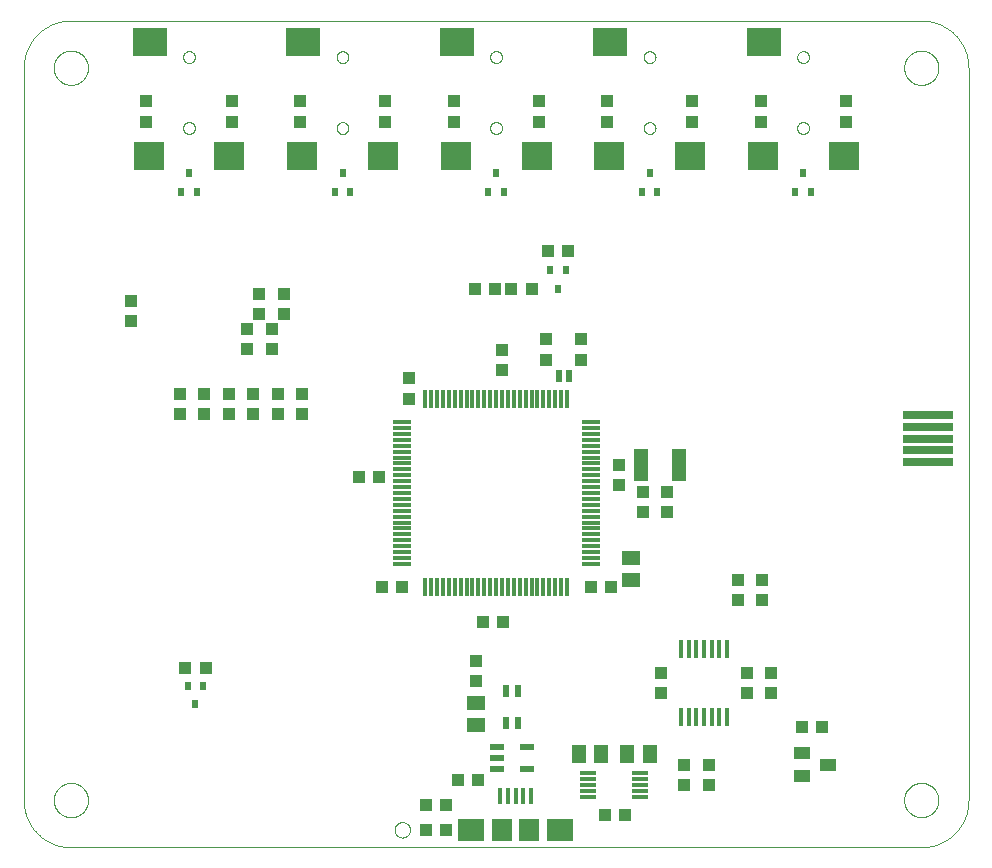
<source format=gtp>
G75*
%MOIN*%
%OFA0B0*%
%FSLAX25Y25*%
%IPPOS*%
%LPD*%
%AMOC8*
5,1,8,0,0,1.08239X$1,22.5*
%
%ADD10C,0.00000*%
%ADD11R,0.05118X0.05906*%
%ADD12R,0.04331X0.03937*%
%ADD13R,0.03937X0.04331*%
%ADD14R,0.05906X0.05118*%
%ADD15R,0.04724X0.02165*%
%ADD16R,0.01378X0.06299*%
%ADD17R,0.02362X0.04331*%
%ADD18R,0.04528X0.10630*%
%ADD19R,0.11220X0.09449*%
%ADD20R,0.10433X0.09449*%
%ADD21R,0.02264X0.04488*%
%ADD22R,0.01181X0.05906*%
%ADD23R,0.05906X0.01181*%
%ADD24R,0.05512X0.01181*%
%ADD25R,0.01575X0.05512*%
%ADD26R,0.09055X0.07480*%
%ADD27R,0.07087X0.07480*%
%ADD28R,0.16535X0.02756*%
%ADD29R,0.02362X0.03150*%
%ADD30R,0.05512X0.03937*%
D10*
X0017248Y0015345D02*
X0300713Y0015345D01*
X0295004Y0031093D02*
X0295006Y0031244D01*
X0295012Y0031394D01*
X0295022Y0031545D01*
X0295036Y0031695D01*
X0295054Y0031844D01*
X0295075Y0031994D01*
X0295101Y0032142D01*
X0295131Y0032290D01*
X0295164Y0032437D01*
X0295202Y0032583D01*
X0295243Y0032728D01*
X0295288Y0032872D01*
X0295337Y0033014D01*
X0295390Y0033155D01*
X0295446Y0033295D01*
X0295506Y0033433D01*
X0295569Y0033570D01*
X0295637Y0033705D01*
X0295707Y0033838D01*
X0295781Y0033969D01*
X0295859Y0034098D01*
X0295940Y0034225D01*
X0296024Y0034350D01*
X0296112Y0034473D01*
X0296203Y0034593D01*
X0296297Y0034711D01*
X0296394Y0034826D01*
X0296494Y0034939D01*
X0296597Y0035049D01*
X0296703Y0035156D01*
X0296812Y0035261D01*
X0296923Y0035362D01*
X0297037Y0035461D01*
X0297153Y0035556D01*
X0297273Y0035649D01*
X0297394Y0035738D01*
X0297518Y0035824D01*
X0297644Y0035907D01*
X0297772Y0035986D01*
X0297902Y0036062D01*
X0298034Y0036135D01*
X0298168Y0036203D01*
X0298304Y0036269D01*
X0298442Y0036331D01*
X0298581Y0036389D01*
X0298721Y0036443D01*
X0298863Y0036494D01*
X0299006Y0036541D01*
X0299151Y0036584D01*
X0299296Y0036623D01*
X0299443Y0036659D01*
X0299590Y0036690D01*
X0299738Y0036718D01*
X0299887Y0036742D01*
X0300036Y0036762D01*
X0300186Y0036778D01*
X0300336Y0036790D01*
X0300487Y0036798D01*
X0300638Y0036802D01*
X0300788Y0036802D01*
X0300939Y0036798D01*
X0301090Y0036790D01*
X0301240Y0036778D01*
X0301390Y0036762D01*
X0301539Y0036742D01*
X0301688Y0036718D01*
X0301836Y0036690D01*
X0301983Y0036659D01*
X0302130Y0036623D01*
X0302275Y0036584D01*
X0302420Y0036541D01*
X0302563Y0036494D01*
X0302705Y0036443D01*
X0302845Y0036389D01*
X0302984Y0036331D01*
X0303122Y0036269D01*
X0303258Y0036203D01*
X0303392Y0036135D01*
X0303524Y0036062D01*
X0303654Y0035986D01*
X0303782Y0035907D01*
X0303908Y0035824D01*
X0304032Y0035738D01*
X0304153Y0035649D01*
X0304273Y0035556D01*
X0304389Y0035461D01*
X0304503Y0035362D01*
X0304614Y0035261D01*
X0304723Y0035156D01*
X0304829Y0035049D01*
X0304932Y0034939D01*
X0305032Y0034826D01*
X0305129Y0034711D01*
X0305223Y0034593D01*
X0305314Y0034473D01*
X0305402Y0034350D01*
X0305486Y0034225D01*
X0305567Y0034098D01*
X0305645Y0033969D01*
X0305719Y0033838D01*
X0305789Y0033705D01*
X0305857Y0033570D01*
X0305920Y0033433D01*
X0305980Y0033295D01*
X0306036Y0033155D01*
X0306089Y0033014D01*
X0306138Y0032872D01*
X0306183Y0032728D01*
X0306224Y0032583D01*
X0306262Y0032437D01*
X0306295Y0032290D01*
X0306325Y0032142D01*
X0306351Y0031994D01*
X0306372Y0031844D01*
X0306390Y0031695D01*
X0306404Y0031545D01*
X0306414Y0031394D01*
X0306420Y0031244D01*
X0306422Y0031093D01*
X0306420Y0030942D01*
X0306414Y0030792D01*
X0306404Y0030641D01*
X0306390Y0030491D01*
X0306372Y0030342D01*
X0306351Y0030192D01*
X0306325Y0030044D01*
X0306295Y0029896D01*
X0306262Y0029749D01*
X0306224Y0029603D01*
X0306183Y0029458D01*
X0306138Y0029314D01*
X0306089Y0029172D01*
X0306036Y0029031D01*
X0305980Y0028891D01*
X0305920Y0028753D01*
X0305857Y0028616D01*
X0305789Y0028481D01*
X0305719Y0028348D01*
X0305645Y0028217D01*
X0305567Y0028088D01*
X0305486Y0027961D01*
X0305402Y0027836D01*
X0305314Y0027713D01*
X0305223Y0027593D01*
X0305129Y0027475D01*
X0305032Y0027360D01*
X0304932Y0027247D01*
X0304829Y0027137D01*
X0304723Y0027030D01*
X0304614Y0026925D01*
X0304503Y0026824D01*
X0304389Y0026725D01*
X0304273Y0026630D01*
X0304153Y0026537D01*
X0304032Y0026448D01*
X0303908Y0026362D01*
X0303782Y0026279D01*
X0303654Y0026200D01*
X0303524Y0026124D01*
X0303392Y0026051D01*
X0303258Y0025983D01*
X0303122Y0025917D01*
X0302984Y0025855D01*
X0302845Y0025797D01*
X0302705Y0025743D01*
X0302563Y0025692D01*
X0302420Y0025645D01*
X0302275Y0025602D01*
X0302130Y0025563D01*
X0301983Y0025527D01*
X0301836Y0025496D01*
X0301688Y0025468D01*
X0301539Y0025444D01*
X0301390Y0025424D01*
X0301240Y0025408D01*
X0301090Y0025396D01*
X0300939Y0025388D01*
X0300788Y0025384D01*
X0300638Y0025384D01*
X0300487Y0025388D01*
X0300336Y0025396D01*
X0300186Y0025408D01*
X0300036Y0025424D01*
X0299887Y0025444D01*
X0299738Y0025468D01*
X0299590Y0025496D01*
X0299443Y0025527D01*
X0299296Y0025563D01*
X0299151Y0025602D01*
X0299006Y0025645D01*
X0298863Y0025692D01*
X0298721Y0025743D01*
X0298581Y0025797D01*
X0298442Y0025855D01*
X0298304Y0025917D01*
X0298168Y0025983D01*
X0298034Y0026051D01*
X0297902Y0026124D01*
X0297772Y0026200D01*
X0297644Y0026279D01*
X0297518Y0026362D01*
X0297394Y0026448D01*
X0297273Y0026537D01*
X0297153Y0026630D01*
X0297037Y0026725D01*
X0296923Y0026824D01*
X0296812Y0026925D01*
X0296703Y0027030D01*
X0296597Y0027137D01*
X0296494Y0027247D01*
X0296394Y0027360D01*
X0296297Y0027475D01*
X0296203Y0027593D01*
X0296112Y0027713D01*
X0296024Y0027836D01*
X0295940Y0027961D01*
X0295859Y0028088D01*
X0295781Y0028217D01*
X0295707Y0028348D01*
X0295637Y0028481D01*
X0295569Y0028616D01*
X0295506Y0028753D01*
X0295446Y0028891D01*
X0295390Y0029031D01*
X0295337Y0029172D01*
X0295288Y0029314D01*
X0295243Y0029458D01*
X0295202Y0029603D01*
X0295164Y0029749D01*
X0295131Y0029896D01*
X0295101Y0030044D01*
X0295075Y0030192D01*
X0295054Y0030342D01*
X0295036Y0030491D01*
X0295022Y0030641D01*
X0295012Y0030792D01*
X0295006Y0030942D01*
X0295004Y0031093D01*
X0300713Y0015345D02*
X0301094Y0015350D01*
X0301474Y0015363D01*
X0301854Y0015386D01*
X0302233Y0015419D01*
X0302611Y0015460D01*
X0302988Y0015510D01*
X0303364Y0015570D01*
X0303739Y0015638D01*
X0304111Y0015716D01*
X0304482Y0015803D01*
X0304850Y0015898D01*
X0305216Y0016003D01*
X0305579Y0016116D01*
X0305940Y0016238D01*
X0306297Y0016368D01*
X0306651Y0016508D01*
X0307002Y0016655D01*
X0307349Y0016812D01*
X0307692Y0016976D01*
X0308031Y0017149D01*
X0308366Y0017330D01*
X0308697Y0017519D01*
X0309022Y0017716D01*
X0309343Y0017920D01*
X0309659Y0018133D01*
X0309969Y0018353D01*
X0310275Y0018580D01*
X0310574Y0018815D01*
X0310868Y0019057D01*
X0311156Y0019305D01*
X0311438Y0019561D01*
X0311713Y0019824D01*
X0311982Y0020093D01*
X0312245Y0020368D01*
X0312501Y0020650D01*
X0312749Y0020938D01*
X0312991Y0021232D01*
X0313226Y0021531D01*
X0313453Y0021837D01*
X0313673Y0022147D01*
X0313886Y0022463D01*
X0314090Y0022784D01*
X0314287Y0023109D01*
X0314476Y0023440D01*
X0314657Y0023775D01*
X0314830Y0024114D01*
X0314994Y0024457D01*
X0315151Y0024804D01*
X0315298Y0025155D01*
X0315438Y0025509D01*
X0315568Y0025866D01*
X0315690Y0026227D01*
X0315803Y0026590D01*
X0315908Y0026956D01*
X0316003Y0027324D01*
X0316090Y0027695D01*
X0316168Y0028067D01*
X0316236Y0028442D01*
X0316296Y0028818D01*
X0316346Y0029195D01*
X0316387Y0029573D01*
X0316420Y0029952D01*
X0316443Y0030332D01*
X0316456Y0030712D01*
X0316461Y0031093D01*
X0316461Y0275187D01*
X0295004Y0275187D02*
X0295006Y0275338D01*
X0295012Y0275488D01*
X0295022Y0275639D01*
X0295036Y0275789D01*
X0295054Y0275938D01*
X0295075Y0276088D01*
X0295101Y0276236D01*
X0295131Y0276384D01*
X0295164Y0276531D01*
X0295202Y0276677D01*
X0295243Y0276822D01*
X0295288Y0276966D01*
X0295337Y0277108D01*
X0295390Y0277249D01*
X0295446Y0277389D01*
X0295506Y0277527D01*
X0295569Y0277664D01*
X0295637Y0277799D01*
X0295707Y0277932D01*
X0295781Y0278063D01*
X0295859Y0278192D01*
X0295940Y0278319D01*
X0296024Y0278444D01*
X0296112Y0278567D01*
X0296203Y0278687D01*
X0296297Y0278805D01*
X0296394Y0278920D01*
X0296494Y0279033D01*
X0296597Y0279143D01*
X0296703Y0279250D01*
X0296812Y0279355D01*
X0296923Y0279456D01*
X0297037Y0279555D01*
X0297153Y0279650D01*
X0297273Y0279743D01*
X0297394Y0279832D01*
X0297518Y0279918D01*
X0297644Y0280001D01*
X0297772Y0280080D01*
X0297902Y0280156D01*
X0298034Y0280229D01*
X0298168Y0280297D01*
X0298304Y0280363D01*
X0298442Y0280425D01*
X0298581Y0280483D01*
X0298721Y0280537D01*
X0298863Y0280588D01*
X0299006Y0280635D01*
X0299151Y0280678D01*
X0299296Y0280717D01*
X0299443Y0280753D01*
X0299590Y0280784D01*
X0299738Y0280812D01*
X0299887Y0280836D01*
X0300036Y0280856D01*
X0300186Y0280872D01*
X0300336Y0280884D01*
X0300487Y0280892D01*
X0300638Y0280896D01*
X0300788Y0280896D01*
X0300939Y0280892D01*
X0301090Y0280884D01*
X0301240Y0280872D01*
X0301390Y0280856D01*
X0301539Y0280836D01*
X0301688Y0280812D01*
X0301836Y0280784D01*
X0301983Y0280753D01*
X0302130Y0280717D01*
X0302275Y0280678D01*
X0302420Y0280635D01*
X0302563Y0280588D01*
X0302705Y0280537D01*
X0302845Y0280483D01*
X0302984Y0280425D01*
X0303122Y0280363D01*
X0303258Y0280297D01*
X0303392Y0280229D01*
X0303524Y0280156D01*
X0303654Y0280080D01*
X0303782Y0280001D01*
X0303908Y0279918D01*
X0304032Y0279832D01*
X0304153Y0279743D01*
X0304273Y0279650D01*
X0304389Y0279555D01*
X0304503Y0279456D01*
X0304614Y0279355D01*
X0304723Y0279250D01*
X0304829Y0279143D01*
X0304932Y0279033D01*
X0305032Y0278920D01*
X0305129Y0278805D01*
X0305223Y0278687D01*
X0305314Y0278567D01*
X0305402Y0278444D01*
X0305486Y0278319D01*
X0305567Y0278192D01*
X0305645Y0278063D01*
X0305719Y0277932D01*
X0305789Y0277799D01*
X0305857Y0277664D01*
X0305920Y0277527D01*
X0305980Y0277389D01*
X0306036Y0277249D01*
X0306089Y0277108D01*
X0306138Y0276966D01*
X0306183Y0276822D01*
X0306224Y0276677D01*
X0306262Y0276531D01*
X0306295Y0276384D01*
X0306325Y0276236D01*
X0306351Y0276088D01*
X0306372Y0275938D01*
X0306390Y0275789D01*
X0306404Y0275639D01*
X0306414Y0275488D01*
X0306420Y0275338D01*
X0306422Y0275187D01*
X0306420Y0275036D01*
X0306414Y0274886D01*
X0306404Y0274735D01*
X0306390Y0274585D01*
X0306372Y0274436D01*
X0306351Y0274286D01*
X0306325Y0274138D01*
X0306295Y0273990D01*
X0306262Y0273843D01*
X0306224Y0273697D01*
X0306183Y0273552D01*
X0306138Y0273408D01*
X0306089Y0273266D01*
X0306036Y0273125D01*
X0305980Y0272985D01*
X0305920Y0272847D01*
X0305857Y0272710D01*
X0305789Y0272575D01*
X0305719Y0272442D01*
X0305645Y0272311D01*
X0305567Y0272182D01*
X0305486Y0272055D01*
X0305402Y0271930D01*
X0305314Y0271807D01*
X0305223Y0271687D01*
X0305129Y0271569D01*
X0305032Y0271454D01*
X0304932Y0271341D01*
X0304829Y0271231D01*
X0304723Y0271124D01*
X0304614Y0271019D01*
X0304503Y0270918D01*
X0304389Y0270819D01*
X0304273Y0270724D01*
X0304153Y0270631D01*
X0304032Y0270542D01*
X0303908Y0270456D01*
X0303782Y0270373D01*
X0303654Y0270294D01*
X0303524Y0270218D01*
X0303392Y0270145D01*
X0303258Y0270077D01*
X0303122Y0270011D01*
X0302984Y0269949D01*
X0302845Y0269891D01*
X0302705Y0269837D01*
X0302563Y0269786D01*
X0302420Y0269739D01*
X0302275Y0269696D01*
X0302130Y0269657D01*
X0301983Y0269621D01*
X0301836Y0269590D01*
X0301688Y0269562D01*
X0301539Y0269538D01*
X0301390Y0269518D01*
X0301240Y0269502D01*
X0301090Y0269490D01*
X0300939Y0269482D01*
X0300788Y0269478D01*
X0300638Y0269478D01*
X0300487Y0269482D01*
X0300336Y0269490D01*
X0300186Y0269502D01*
X0300036Y0269518D01*
X0299887Y0269538D01*
X0299738Y0269562D01*
X0299590Y0269590D01*
X0299443Y0269621D01*
X0299296Y0269657D01*
X0299151Y0269696D01*
X0299006Y0269739D01*
X0298863Y0269786D01*
X0298721Y0269837D01*
X0298581Y0269891D01*
X0298442Y0269949D01*
X0298304Y0270011D01*
X0298168Y0270077D01*
X0298034Y0270145D01*
X0297902Y0270218D01*
X0297772Y0270294D01*
X0297644Y0270373D01*
X0297518Y0270456D01*
X0297394Y0270542D01*
X0297273Y0270631D01*
X0297153Y0270724D01*
X0297037Y0270819D01*
X0296923Y0270918D01*
X0296812Y0271019D01*
X0296703Y0271124D01*
X0296597Y0271231D01*
X0296494Y0271341D01*
X0296394Y0271454D01*
X0296297Y0271569D01*
X0296203Y0271687D01*
X0296112Y0271807D01*
X0296024Y0271930D01*
X0295940Y0272055D01*
X0295859Y0272182D01*
X0295781Y0272311D01*
X0295707Y0272442D01*
X0295637Y0272575D01*
X0295569Y0272710D01*
X0295506Y0272847D01*
X0295446Y0272985D01*
X0295390Y0273125D01*
X0295337Y0273266D01*
X0295288Y0273408D01*
X0295243Y0273552D01*
X0295202Y0273697D01*
X0295164Y0273843D01*
X0295131Y0273990D01*
X0295101Y0274138D01*
X0295075Y0274286D01*
X0295054Y0274436D01*
X0295036Y0274585D01*
X0295022Y0274735D01*
X0295012Y0274886D01*
X0295006Y0275036D01*
X0295004Y0275187D01*
X0300713Y0290935D02*
X0301094Y0290930D01*
X0301474Y0290917D01*
X0301854Y0290894D01*
X0302233Y0290861D01*
X0302611Y0290820D01*
X0302988Y0290770D01*
X0303364Y0290710D01*
X0303739Y0290642D01*
X0304111Y0290564D01*
X0304482Y0290477D01*
X0304850Y0290382D01*
X0305216Y0290277D01*
X0305579Y0290164D01*
X0305940Y0290042D01*
X0306297Y0289912D01*
X0306651Y0289772D01*
X0307002Y0289625D01*
X0307349Y0289468D01*
X0307692Y0289304D01*
X0308031Y0289131D01*
X0308366Y0288950D01*
X0308697Y0288761D01*
X0309022Y0288564D01*
X0309343Y0288360D01*
X0309659Y0288147D01*
X0309969Y0287927D01*
X0310275Y0287700D01*
X0310574Y0287465D01*
X0310868Y0287223D01*
X0311156Y0286975D01*
X0311438Y0286719D01*
X0311713Y0286456D01*
X0311982Y0286187D01*
X0312245Y0285912D01*
X0312501Y0285630D01*
X0312749Y0285342D01*
X0312991Y0285048D01*
X0313226Y0284749D01*
X0313453Y0284443D01*
X0313673Y0284133D01*
X0313886Y0283817D01*
X0314090Y0283496D01*
X0314287Y0283171D01*
X0314476Y0282840D01*
X0314657Y0282505D01*
X0314830Y0282166D01*
X0314994Y0281823D01*
X0315151Y0281476D01*
X0315298Y0281125D01*
X0315438Y0280771D01*
X0315568Y0280414D01*
X0315690Y0280053D01*
X0315803Y0279690D01*
X0315908Y0279324D01*
X0316003Y0278956D01*
X0316090Y0278585D01*
X0316168Y0278213D01*
X0316236Y0277838D01*
X0316296Y0277462D01*
X0316346Y0277085D01*
X0316387Y0276707D01*
X0316420Y0276328D01*
X0316443Y0275948D01*
X0316456Y0275568D01*
X0316461Y0275187D01*
X0300713Y0290935D02*
X0017248Y0290935D01*
X0011539Y0275187D02*
X0011541Y0275338D01*
X0011547Y0275488D01*
X0011557Y0275639D01*
X0011571Y0275789D01*
X0011589Y0275938D01*
X0011610Y0276088D01*
X0011636Y0276236D01*
X0011666Y0276384D01*
X0011699Y0276531D01*
X0011737Y0276677D01*
X0011778Y0276822D01*
X0011823Y0276966D01*
X0011872Y0277108D01*
X0011925Y0277249D01*
X0011981Y0277389D01*
X0012041Y0277527D01*
X0012104Y0277664D01*
X0012172Y0277799D01*
X0012242Y0277932D01*
X0012316Y0278063D01*
X0012394Y0278192D01*
X0012475Y0278319D01*
X0012559Y0278444D01*
X0012647Y0278567D01*
X0012738Y0278687D01*
X0012832Y0278805D01*
X0012929Y0278920D01*
X0013029Y0279033D01*
X0013132Y0279143D01*
X0013238Y0279250D01*
X0013347Y0279355D01*
X0013458Y0279456D01*
X0013572Y0279555D01*
X0013688Y0279650D01*
X0013808Y0279743D01*
X0013929Y0279832D01*
X0014053Y0279918D01*
X0014179Y0280001D01*
X0014307Y0280080D01*
X0014437Y0280156D01*
X0014569Y0280229D01*
X0014703Y0280297D01*
X0014839Y0280363D01*
X0014977Y0280425D01*
X0015116Y0280483D01*
X0015256Y0280537D01*
X0015398Y0280588D01*
X0015541Y0280635D01*
X0015686Y0280678D01*
X0015831Y0280717D01*
X0015978Y0280753D01*
X0016125Y0280784D01*
X0016273Y0280812D01*
X0016422Y0280836D01*
X0016571Y0280856D01*
X0016721Y0280872D01*
X0016871Y0280884D01*
X0017022Y0280892D01*
X0017173Y0280896D01*
X0017323Y0280896D01*
X0017474Y0280892D01*
X0017625Y0280884D01*
X0017775Y0280872D01*
X0017925Y0280856D01*
X0018074Y0280836D01*
X0018223Y0280812D01*
X0018371Y0280784D01*
X0018518Y0280753D01*
X0018665Y0280717D01*
X0018810Y0280678D01*
X0018955Y0280635D01*
X0019098Y0280588D01*
X0019240Y0280537D01*
X0019380Y0280483D01*
X0019519Y0280425D01*
X0019657Y0280363D01*
X0019793Y0280297D01*
X0019927Y0280229D01*
X0020059Y0280156D01*
X0020189Y0280080D01*
X0020317Y0280001D01*
X0020443Y0279918D01*
X0020567Y0279832D01*
X0020688Y0279743D01*
X0020808Y0279650D01*
X0020924Y0279555D01*
X0021038Y0279456D01*
X0021149Y0279355D01*
X0021258Y0279250D01*
X0021364Y0279143D01*
X0021467Y0279033D01*
X0021567Y0278920D01*
X0021664Y0278805D01*
X0021758Y0278687D01*
X0021849Y0278567D01*
X0021937Y0278444D01*
X0022021Y0278319D01*
X0022102Y0278192D01*
X0022180Y0278063D01*
X0022254Y0277932D01*
X0022324Y0277799D01*
X0022392Y0277664D01*
X0022455Y0277527D01*
X0022515Y0277389D01*
X0022571Y0277249D01*
X0022624Y0277108D01*
X0022673Y0276966D01*
X0022718Y0276822D01*
X0022759Y0276677D01*
X0022797Y0276531D01*
X0022830Y0276384D01*
X0022860Y0276236D01*
X0022886Y0276088D01*
X0022907Y0275938D01*
X0022925Y0275789D01*
X0022939Y0275639D01*
X0022949Y0275488D01*
X0022955Y0275338D01*
X0022957Y0275187D01*
X0022955Y0275036D01*
X0022949Y0274886D01*
X0022939Y0274735D01*
X0022925Y0274585D01*
X0022907Y0274436D01*
X0022886Y0274286D01*
X0022860Y0274138D01*
X0022830Y0273990D01*
X0022797Y0273843D01*
X0022759Y0273697D01*
X0022718Y0273552D01*
X0022673Y0273408D01*
X0022624Y0273266D01*
X0022571Y0273125D01*
X0022515Y0272985D01*
X0022455Y0272847D01*
X0022392Y0272710D01*
X0022324Y0272575D01*
X0022254Y0272442D01*
X0022180Y0272311D01*
X0022102Y0272182D01*
X0022021Y0272055D01*
X0021937Y0271930D01*
X0021849Y0271807D01*
X0021758Y0271687D01*
X0021664Y0271569D01*
X0021567Y0271454D01*
X0021467Y0271341D01*
X0021364Y0271231D01*
X0021258Y0271124D01*
X0021149Y0271019D01*
X0021038Y0270918D01*
X0020924Y0270819D01*
X0020808Y0270724D01*
X0020688Y0270631D01*
X0020567Y0270542D01*
X0020443Y0270456D01*
X0020317Y0270373D01*
X0020189Y0270294D01*
X0020059Y0270218D01*
X0019927Y0270145D01*
X0019793Y0270077D01*
X0019657Y0270011D01*
X0019519Y0269949D01*
X0019380Y0269891D01*
X0019240Y0269837D01*
X0019098Y0269786D01*
X0018955Y0269739D01*
X0018810Y0269696D01*
X0018665Y0269657D01*
X0018518Y0269621D01*
X0018371Y0269590D01*
X0018223Y0269562D01*
X0018074Y0269538D01*
X0017925Y0269518D01*
X0017775Y0269502D01*
X0017625Y0269490D01*
X0017474Y0269482D01*
X0017323Y0269478D01*
X0017173Y0269478D01*
X0017022Y0269482D01*
X0016871Y0269490D01*
X0016721Y0269502D01*
X0016571Y0269518D01*
X0016422Y0269538D01*
X0016273Y0269562D01*
X0016125Y0269590D01*
X0015978Y0269621D01*
X0015831Y0269657D01*
X0015686Y0269696D01*
X0015541Y0269739D01*
X0015398Y0269786D01*
X0015256Y0269837D01*
X0015116Y0269891D01*
X0014977Y0269949D01*
X0014839Y0270011D01*
X0014703Y0270077D01*
X0014569Y0270145D01*
X0014437Y0270218D01*
X0014307Y0270294D01*
X0014179Y0270373D01*
X0014053Y0270456D01*
X0013929Y0270542D01*
X0013808Y0270631D01*
X0013688Y0270724D01*
X0013572Y0270819D01*
X0013458Y0270918D01*
X0013347Y0271019D01*
X0013238Y0271124D01*
X0013132Y0271231D01*
X0013029Y0271341D01*
X0012929Y0271454D01*
X0012832Y0271569D01*
X0012738Y0271687D01*
X0012647Y0271807D01*
X0012559Y0271930D01*
X0012475Y0272055D01*
X0012394Y0272182D01*
X0012316Y0272311D01*
X0012242Y0272442D01*
X0012172Y0272575D01*
X0012104Y0272710D01*
X0012041Y0272847D01*
X0011981Y0272985D01*
X0011925Y0273125D01*
X0011872Y0273266D01*
X0011823Y0273408D01*
X0011778Y0273552D01*
X0011737Y0273697D01*
X0011699Y0273843D01*
X0011666Y0273990D01*
X0011636Y0274138D01*
X0011610Y0274286D01*
X0011589Y0274436D01*
X0011571Y0274585D01*
X0011557Y0274735D01*
X0011547Y0274886D01*
X0011541Y0275036D01*
X0011539Y0275187D01*
X0001500Y0275187D02*
X0001505Y0275568D01*
X0001518Y0275948D01*
X0001541Y0276328D01*
X0001574Y0276707D01*
X0001615Y0277085D01*
X0001665Y0277462D01*
X0001725Y0277838D01*
X0001793Y0278213D01*
X0001871Y0278585D01*
X0001958Y0278956D01*
X0002053Y0279324D01*
X0002158Y0279690D01*
X0002271Y0280053D01*
X0002393Y0280414D01*
X0002523Y0280771D01*
X0002663Y0281125D01*
X0002810Y0281476D01*
X0002967Y0281823D01*
X0003131Y0282166D01*
X0003304Y0282505D01*
X0003485Y0282840D01*
X0003674Y0283171D01*
X0003871Y0283496D01*
X0004075Y0283817D01*
X0004288Y0284133D01*
X0004508Y0284443D01*
X0004735Y0284749D01*
X0004970Y0285048D01*
X0005212Y0285342D01*
X0005460Y0285630D01*
X0005716Y0285912D01*
X0005979Y0286187D01*
X0006248Y0286456D01*
X0006523Y0286719D01*
X0006805Y0286975D01*
X0007093Y0287223D01*
X0007387Y0287465D01*
X0007686Y0287700D01*
X0007992Y0287927D01*
X0008302Y0288147D01*
X0008618Y0288360D01*
X0008939Y0288564D01*
X0009264Y0288761D01*
X0009595Y0288950D01*
X0009930Y0289131D01*
X0010269Y0289304D01*
X0010612Y0289468D01*
X0010959Y0289625D01*
X0011310Y0289772D01*
X0011664Y0289912D01*
X0012021Y0290042D01*
X0012382Y0290164D01*
X0012745Y0290277D01*
X0013111Y0290382D01*
X0013479Y0290477D01*
X0013850Y0290564D01*
X0014222Y0290642D01*
X0014597Y0290710D01*
X0014973Y0290770D01*
X0015350Y0290820D01*
X0015728Y0290861D01*
X0016107Y0290894D01*
X0016487Y0290917D01*
X0016867Y0290930D01*
X0017248Y0290935D01*
X0001500Y0275187D02*
X0001500Y0031093D01*
X0011539Y0031093D02*
X0011541Y0031244D01*
X0011547Y0031394D01*
X0011557Y0031545D01*
X0011571Y0031695D01*
X0011589Y0031844D01*
X0011610Y0031994D01*
X0011636Y0032142D01*
X0011666Y0032290D01*
X0011699Y0032437D01*
X0011737Y0032583D01*
X0011778Y0032728D01*
X0011823Y0032872D01*
X0011872Y0033014D01*
X0011925Y0033155D01*
X0011981Y0033295D01*
X0012041Y0033433D01*
X0012104Y0033570D01*
X0012172Y0033705D01*
X0012242Y0033838D01*
X0012316Y0033969D01*
X0012394Y0034098D01*
X0012475Y0034225D01*
X0012559Y0034350D01*
X0012647Y0034473D01*
X0012738Y0034593D01*
X0012832Y0034711D01*
X0012929Y0034826D01*
X0013029Y0034939D01*
X0013132Y0035049D01*
X0013238Y0035156D01*
X0013347Y0035261D01*
X0013458Y0035362D01*
X0013572Y0035461D01*
X0013688Y0035556D01*
X0013808Y0035649D01*
X0013929Y0035738D01*
X0014053Y0035824D01*
X0014179Y0035907D01*
X0014307Y0035986D01*
X0014437Y0036062D01*
X0014569Y0036135D01*
X0014703Y0036203D01*
X0014839Y0036269D01*
X0014977Y0036331D01*
X0015116Y0036389D01*
X0015256Y0036443D01*
X0015398Y0036494D01*
X0015541Y0036541D01*
X0015686Y0036584D01*
X0015831Y0036623D01*
X0015978Y0036659D01*
X0016125Y0036690D01*
X0016273Y0036718D01*
X0016422Y0036742D01*
X0016571Y0036762D01*
X0016721Y0036778D01*
X0016871Y0036790D01*
X0017022Y0036798D01*
X0017173Y0036802D01*
X0017323Y0036802D01*
X0017474Y0036798D01*
X0017625Y0036790D01*
X0017775Y0036778D01*
X0017925Y0036762D01*
X0018074Y0036742D01*
X0018223Y0036718D01*
X0018371Y0036690D01*
X0018518Y0036659D01*
X0018665Y0036623D01*
X0018810Y0036584D01*
X0018955Y0036541D01*
X0019098Y0036494D01*
X0019240Y0036443D01*
X0019380Y0036389D01*
X0019519Y0036331D01*
X0019657Y0036269D01*
X0019793Y0036203D01*
X0019927Y0036135D01*
X0020059Y0036062D01*
X0020189Y0035986D01*
X0020317Y0035907D01*
X0020443Y0035824D01*
X0020567Y0035738D01*
X0020688Y0035649D01*
X0020808Y0035556D01*
X0020924Y0035461D01*
X0021038Y0035362D01*
X0021149Y0035261D01*
X0021258Y0035156D01*
X0021364Y0035049D01*
X0021467Y0034939D01*
X0021567Y0034826D01*
X0021664Y0034711D01*
X0021758Y0034593D01*
X0021849Y0034473D01*
X0021937Y0034350D01*
X0022021Y0034225D01*
X0022102Y0034098D01*
X0022180Y0033969D01*
X0022254Y0033838D01*
X0022324Y0033705D01*
X0022392Y0033570D01*
X0022455Y0033433D01*
X0022515Y0033295D01*
X0022571Y0033155D01*
X0022624Y0033014D01*
X0022673Y0032872D01*
X0022718Y0032728D01*
X0022759Y0032583D01*
X0022797Y0032437D01*
X0022830Y0032290D01*
X0022860Y0032142D01*
X0022886Y0031994D01*
X0022907Y0031844D01*
X0022925Y0031695D01*
X0022939Y0031545D01*
X0022949Y0031394D01*
X0022955Y0031244D01*
X0022957Y0031093D01*
X0022955Y0030942D01*
X0022949Y0030792D01*
X0022939Y0030641D01*
X0022925Y0030491D01*
X0022907Y0030342D01*
X0022886Y0030192D01*
X0022860Y0030044D01*
X0022830Y0029896D01*
X0022797Y0029749D01*
X0022759Y0029603D01*
X0022718Y0029458D01*
X0022673Y0029314D01*
X0022624Y0029172D01*
X0022571Y0029031D01*
X0022515Y0028891D01*
X0022455Y0028753D01*
X0022392Y0028616D01*
X0022324Y0028481D01*
X0022254Y0028348D01*
X0022180Y0028217D01*
X0022102Y0028088D01*
X0022021Y0027961D01*
X0021937Y0027836D01*
X0021849Y0027713D01*
X0021758Y0027593D01*
X0021664Y0027475D01*
X0021567Y0027360D01*
X0021467Y0027247D01*
X0021364Y0027137D01*
X0021258Y0027030D01*
X0021149Y0026925D01*
X0021038Y0026824D01*
X0020924Y0026725D01*
X0020808Y0026630D01*
X0020688Y0026537D01*
X0020567Y0026448D01*
X0020443Y0026362D01*
X0020317Y0026279D01*
X0020189Y0026200D01*
X0020059Y0026124D01*
X0019927Y0026051D01*
X0019793Y0025983D01*
X0019657Y0025917D01*
X0019519Y0025855D01*
X0019380Y0025797D01*
X0019240Y0025743D01*
X0019098Y0025692D01*
X0018955Y0025645D01*
X0018810Y0025602D01*
X0018665Y0025563D01*
X0018518Y0025527D01*
X0018371Y0025496D01*
X0018223Y0025468D01*
X0018074Y0025444D01*
X0017925Y0025424D01*
X0017775Y0025408D01*
X0017625Y0025396D01*
X0017474Y0025388D01*
X0017323Y0025384D01*
X0017173Y0025384D01*
X0017022Y0025388D01*
X0016871Y0025396D01*
X0016721Y0025408D01*
X0016571Y0025424D01*
X0016422Y0025444D01*
X0016273Y0025468D01*
X0016125Y0025496D01*
X0015978Y0025527D01*
X0015831Y0025563D01*
X0015686Y0025602D01*
X0015541Y0025645D01*
X0015398Y0025692D01*
X0015256Y0025743D01*
X0015116Y0025797D01*
X0014977Y0025855D01*
X0014839Y0025917D01*
X0014703Y0025983D01*
X0014569Y0026051D01*
X0014437Y0026124D01*
X0014307Y0026200D01*
X0014179Y0026279D01*
X0014053Y0026362D01*
X0013929Y0026448D01*
X0013808Y0026537D01*
X0013688Y0026630D01*
X0013572Y0026725D01*
X0013458Y0026824D01*
X0013347Y0026925D01*
X0013238Y0027030D01*
X0013132Y0027137D01*
X0013029Y0027247D01*
X0012929Y0027360D01*
X0012832Y0027475D01*
X0012738Y0027593D01*
X0012647Y0027713D01*
X0012559Y0027836D01*
X0012475Y0027961D01*
X0012394Y0028088D01*
X0012316Y0028217D01*
X0012242Y0028348D01*
X0012172Y0028481D01*
X0012104Y0028616D01*
X0012041Y0028753D01*
X0011981Y0028891D01*
X0011925Y0029031D01*
X0011872Y0029172D01*
X0011823Y0029314D01*
X0011778Y0029458D01*
X0011737Y0029603D01*
X0011699Y0029749D01*
X0011666Y0029896D01*
X0011636Y0030044D01*
X0011610Y0030192D01*
X0011589Y0030342D01*
X0011571Y0030491D01*
X0011557Y0030641D01*
X0011547Y0030792D01*
X0011541Y0030942D01*
X0011539Y0031093D01*
X0001500Y0031093D02*
X0001505Y0030712D01*
X0001518Y0030332D01*
X0001541Y0029952D01*
X0001574Y0029573D01*
X0001615Y0029195D01*
X0001665Y0028818D01*
X0001725Y0028442D01*
X0001793Y0028067D01*
X0001871Y0027695D01*
X0001958Y0027324D01*
X0002053Y0026956D01*
X0002158Y0026590D01*
X0002271Y0026227D01*
X0002393Y0025866D01*
X0002523Y0025509D01*
X0002663Y0025155D01*
X0002810Y0024804D01*
X0002967Y0024457D01*
X0003131Y0024114D01*
X0003304Y0023775D01*
X0003485Y0023440D01*
X0003674Y0023109D01*
X0003871Y0022784D01*
X0004075Y0022463D01*
X0004288Y0022147D01*
X0004508Y0021837D01*
X0004735Y0021531D01*
X0004970Y0021232D01*
X0005212Y0020938D01*
X0005460Y0020650D01*
X0005716Y0020368D01*
X0005979Y0020093D01*
X0006248Y0019824D01*
X0006523Y0019561D01*
X0006805Y0019305D01*
X0007093Y0019057D01*
X0007387Y0018815D01*
X0007686Y0018580D01*
X0007992Y0018353D01*
X0008302Y0018133D01*
X0008618Y0017920D01*
X0008939Y0017716D01*
X0009264Y0017519D01*
X0009595Y0017330D01*
X0009930Y0017149D01*
X0010269Y0016976D01*
X0010612Y0016812D01*
X0010959Y0016655D01*
X0011310Y0016508D01*
X0011664Y0016368D01*
X0012021Y0016238D01*
X0012382Y0016116D01*
X0012745Y0016003D01*
X0013111Y0015898D01*
X0013479Y0015803D01*
X0013850Y0015716D01*
X0014222Y0015638D01*
X0014597Y0015570D01*
X0014973Y0015510D01*
X0015350Y0015460D01*
X0015728Y0015419D01*
X0016107Y0015386D01*
X0016487Y0015363D01*
X0016867Y0015350D01*
X0017248Y0015345D01*
X0125161Y0021171D02*
X0125163Y0021272D01*
X0125169Y0021373D01*
X0125179Y0021474D01*
X0125193Y0021574D01*
X0125211Y0021673D01*
X0125233Y0021772D01*
X0125258Y0021870D01*
X0125288Y0021967D01*
X0125321Y0022062D01*
X0125358Y0022156D01*
X0125399Y0022249D01*
X0125443Y0022340D01*
X0125491Y0022429D01*
X0125543Y0022516D01*
X0125598Y0022601D01*
X0125656Y0022683D01*
X0125717Y0022764D01*
X0125782Y0022842D01*
X0125849Y0022917D01*
X0125919Y0022989D01*
X0125993Y0023059D01*
X0126069Y0023126D01*
X0126147Y0023190D01*
X0126228Y0023250D01*
X0126311Y0023307D01*
X0126397Y0023361D01*
X0126485Y0023412D01*
X0126574Y0023459D01*
X0126665Y0023503D01*
X0126758Y0023542D01*
X0126853Y0023579D01*
X0126948Y0023611D01*
X0127045Y0023640D01*
X0127144Y0023664D01*
X0127242Y0023685D01*
X0127342Y0023702D01*
X0127442Y0023715D01*
X0127543Y0023724D01*
X0127644Y0023729D01*
X0127745Y0023730D01*
X0127846Y0023727D01*
X0127947Y0023720D01*
X0128048Y0023709D01*
X0128148Y0023694D01*
X0128247Y0023675D01*
X0128346Y0023652D01*
X0128443Y0023626D01*
X0128540Y0023595D01*
X0128635Y0023561D01*
X0128728Y0023523D01*
X0128821Y0023481D01*
X0128911Y0023436D01*
X0129000Y0023387D01*
X0129086Y0023335D01*
X0129170Y0023279D01*
X0129253Y0023220D01*
X0129332Y0023158D01*
X0129410Y0023093D01*
X0129484Y0023025D01*
X0129556Y0022953D01*
X0129625Y0022880D01*
X0129691Y0022803D01*
X0129754Y0022724D01*
X0129814Y0022642D01*
X0129870Y0022558D01*
X0129923Y0022472D01*
X0129973Y0022384D01*
X0130019Y0022294D01*
X0130062Y0022203D01*
X0130101Y0022109D01*
X0130136Y0022014D01*
X0130167Y0021918D01*
X0130195Y0021821D01*
X0130219Y0021723D01*
X0130239Y0021624D01*
X0130255Y0021524D01*
X0130267Y0021423D01*
X0130275Y0021323D01*
X0130279Y0021222D01*
X0130279Y0021120D01*
X0130275Y0021019D01*
X0130267Y0020919D01*
X0130255Y0020818D01*
X0130239Y0020718D01*
X0130219Y0020619D01*
X0130195Y0020521D01*
X0130167Y0020424D01*
X0130136Y0020328D01*
X0130101Y0020233D01*
X0130062Y0020139D01*
X0130019Y0020048D01*
X0129973Y0019958D01*
X0129923Y0019870D01*
X0129870Y0019784D01*
X0129814Y0019700D01*
X0129754Y0019618D01*
X0129691Y0019539D01*
X0129625Y0019462D01*
X0129556Y0019389D01*
X0129484Y0019317D01*
X0129410Y0019249D01*
X0129332Y0019184D01*
X0129253Y0019122D01*
X0129170Y0019063D01*
X0129086Y0019007D01*
X0128999Y0018955D01*
X0128911Y0018906D01*
X0128821Y0018861D01*
X0128728Y0018819D01*
X0128635Y0018781D01*
X0128540Y0018747D01*
X0128443Y0018716D01*
X0128346Y0018690D01*
X0128247Y0018667D01*
X0128148Y0018648D01*
X0128048Y0018633D01*
X0127947Y0018622D01*
X0127846Y0018615D01*
X0127745Y0018612D01*
X0127644Y0018613D01*
X0127543Y0018618D01*
X0127442Y0018627D01*
X0127342Y0018640D01*
X0127242Y0018657D01*
X0127144Y0018678D01*
X0127045Y0018702D01*
X0126948Y0018731D01*
X0126853Y0018763D01*
X0126758Y0018800D01*
X0126665Y0018839D01*
X0126574Y0018883D01*
X0126485Y0018930D01*
X0126397Y0018981D01*
X0126311Y0019035D01*
X0126228Y0019092D01*
X0126147Y0019152D01*
X0126069Y0019216D01*
X0125993Y0019283D01*
X0125919Y0019353D01*
X0125849Y0019425D01*
X0125782Y0019500D01*
X0125717Y0019578D01*
X0125656Y0019659D01*
X0125598Y0019741D01*
X0125543Y0019826D01*
X0125491Y0019913D01*
X0125443Y0020002D01*
X0125399Y0020093D01*
X0125358Y0020186D01*
X0125321Y0020280D01*
X0125288Y0020375D01*
X0125258Y0020472D01*
X0125233Y0020570D01*
X0125211Y0020669D01*
X0125193Y0020768D01*
X0125179Y0020868D01*
X0125169Y0020969D01*
X0125163Y0021070D01*
X0125161Y0021171D01*
X0105830Y0255108D02*
X0105832Y0255196D01*
X0105838Y0255284D01*
X0105848Y0255372D01*
X0105862Y0255460D01*
X0105879Y0255546D01*
X0105901Y0255632D01*
X0105926Y0255716D01*
X0105956Y0255800D01*
X0105988Y0255882D01*
X0106025Y0255962D01*
X0106065Y0256041D01*
X0106109Y0256118D01*
X0106156Y0256193D01*
X0106206Y0256265D01*
X0106260Y0256336D01*
X0106316Y0256403D01*
X0106376Y0256469D01*
X0106438Y0256531D01*
X0106504Y0256591D01*
X0106571Y0256647D01*
X0106642Y0256701D01*
X0106714Y0256751D01*
X0106789Y0256798D01*
X0106866Y0256842D01*
X0106945Y0256882D01*
X0107025Y0256919D01*
X0107107Y0256951D01*
X0107191Y0256981D01*
X0107275Y0257006D01*
X0107361Y0257028D01*
X0107447Y0257045D01*
X0107535Y0257059D01*
X0107623Y0257069D01*
X0107711Y0257075D01*
X0107799Y0257077D01*
X0107887Y0257075D01*
X0107975Y0257069D01*
X0108063Y0257059D01*
X0108151Y0257045D01*
X0108237Y0257028D01*
X0108323Y0257006D01*
X0108407Y0256981D01*
X0108491Y0256951D01*
X0108573Y0256919D01*
X0108653Y0256882D01*
X0108732Y0256842D01*
X0108809Y0256798D01*
X0108884Y0256751D01*
X0108956Y0256701D01*
X0109027Y0256647D01*
X0109094Y0256591D01*
X0109160Y0256531D01*
X0109222Y0256469D01*
X0109282Y0256403D01*
X0109338Y0256336D01*
X0109392Y0256265D01*
X0109442Y0256193D01*
X0109489Y0256118D01*
X0109533Y0256041D01*
X0109573Y0255962D01*
X0109610Y0255882D01*
X0109642Y0255800D01*
X0109672Y0255716D01*
X0109697Y0255632D01*
X0109719Y0255546D01*
X0109736Y0255460D01*
X0109750Y0255372D01*
X0109760Y0255284D01*
X0109766Y0255196D01*
X0109768Y0255108D01*
X0109766Y0255020D01*
X0109760Y0254932D01*
X0109750Y0254844D01*
X0109736Y0254756D01*
X0109719Y0254670D01*
X0109697Y0254584D01*
X0109672Y0254500D01*
X0109642Y0254416D01*
X0109610Y0254334D01*
X0109573Y0254254D01*
X0109533Y0254175D01*
X0109489Y0254098D01*
X0109442Y0254023D01*
X0109392Y0253951D01*
X0109338Y0253880D01*
X0109282Y0253813D01*
X0109222Y0253747D01*
X0109160Y0253685D01*
X0109094Y0253625D01*
X0109027Y0253569D01*
X0108956Y0253515D01*
X0108884Y0253465D01*
X0108809Y0253418D01*
X0108732Y0253374D01*
X0108653Y0253334D01*
X0108573Y0253297D01*
X0108491Y0253265D01*
X0108407Y0253235D01*
X0108323Y0253210D01*
X0108237Y0253188D01*
X0108151Y0253171D01*
X0108063Y0253157D01*
X0107975Y0253147D01*
X0107887Y0253141D01*
X0107799Y0253139D01*
X0107711Y0253141D01*
X0107623Y0253147D01*
X0107535Y0253157D01*
X0107447Y0253171D01*
X0107361Y0253188D01*
X0107275Y0253210D01*
X0107191Y0253235D01*
X0107107Y0253265D01*
X0107025Y0253297D01*
X0106945Y0253334D01*
X0106866Y0253374D01*
X0106789Y0253418D01*
X0106714Y0253465D01*
X0106642Y0253515D01*
X0106571Y0253569D01*
X0106504Y0253625D01*
X0106438Y0253685D01*
X0106376Y0253747D01*
X0106316Y0253813D01*
X0106260Y0253880D01*
X0106206Y0253951D01*
X0106156Y0254023D01*
X0106109Y0254098D01*
X0106065Y0254175D01*
X0106025Y0254254D01*
X0105988Y0254334D01*
X0105956Y0254416D01*
X0105926Y0254500D01*
X0105901Y0254584D01*
X0105879Y0254670D01*
X0105862Y0254756D01*
X0105848Y0254844D01*
X0105838Y0254932D01*
X0105832Y0255020D01*
X0105830Y0255108D01*
X0105830Y0278731D02*
X0105832Y0278819D01*
X0105838Y0278907D01*
X0105848Y0278995D01*
X0105862Y0279083D01*
X0105879Y0279169D01*
X0105901Y0279255D01*
X0105926Y0279339D01*
X0105956Y0279423D01*
X0105988Y0279505D01*
X0106025Y0279585D01*
X0106065Y0279664D01*
X0106109Y0279741D01*
X0106156Y0279816D01*
X0106206Y0279888D01*
X0106260Y0279959D01*
X0106316Y0280026D01*
X0106376Y0280092D01*
X0106438Y0280154D01*
X0106504Y0280214D01*
X0106571Y0280270D01*
X0106642Y0280324D01*
X0106714Y0280374D01*
X0106789Y0280421D01*
X0106866Y0280465D01*
X0106945Y0280505D01*
X0107025Y0280542D01*
X0107107Y0280574D01*
X0107191Y0280604D01*
X0107275Y0280629D01*
X0107361Y0280651D01*
X0107447Y0280668D01*
X0107535Y0280682D01*
X0107623Y0280692D01*
X0107711Y0280698D01*
X0107799Y0280700D01*
X0107887Y0280698D01*
X0107975Y0280692D01*
X0108063Y0280682D01*
X0108151Y0280668D01*
X0108237Y0280651D01*
X0108323Y0280629D01*
X0108407Y0280604D01*
X0108491Y0280574D01*
X0108573Y0280542D01*
X0108653Y0280505D01*
X0108732Y0280465D01*
X0108809Y0280421D01*
X0108884Y0280374D01*
X0108956Y0280324D01*
X0109027Y0280270D01*
X0109094Y0280214D01*
X0109160Y0280154D01*
X0109222Y0280092D01*
X0109282Y0280026D01*
X0109338Y0279959D01*
X0109392Y0279888D01*
X0109442Y0279816D01*
X0109489Y0279741D01*
X0109533Y0279664D01*
X0109573Y0279585D01*
X0109610Y0279505D01*
X0109642Y0279423D01*
X0109672Y0279339D01*
X0109697Y0279255D01*
X0109719Y0279169D01*
X0109736Y0279083D01*
X0109750Y0278995D01*
X0109760Y0278907D01*
X0109766Y0278819D01*
X0109768Y0278731D01*
X0109766Y0278643D01*
X0109760Y0278555D01*
X0109750Y0278467D01*
X0109736Y0278379D01*
X0109719Y0278293D01*
X0109697Y0278207D01*
X0109672Y0278123D01*
X0109642Y0278039D01*
X0109610Y0277957D01*
X0109573Y0277877D01*
X0109533Y0277798D01*
X0109489Y0277721D01*
X0109442Y0277646D01*
X0109392Y0277574D01*
X0109338Y0277503D01*
X0109282Y0277436D01*
X0109222Y0277370D01*
X0109160Y0277308D01*
X0109094Y0277248D01*
X0109027Y0277192D01*
X0108956Y0277138D01*
X0108884Y0277088D01*
X0108809Y0277041D01*
X0108732Y0276997D01*
X0108653Y0276957D01*
X0108573Y0276920D01*
X0108491Y0276888D01*
X0108407Y0276858D01*
X0108323Y0276833D01*
X0108237Y0276811D01*
X0108151Y0276794D01*
X0108063Y0276780D01*
X0107975Y0276770D01*
X0107887Y0276764D01*
X0107799Y0276762D01*
X0107711Y0276764D01*
X0107623Y0276770D01*
X0107535Y0276780D01*
X0107447Y0276794D01*
X0107361Y0276811D01*
X0107275Y0276833D01*
X0107191Y0276858D01*
X0107107Y0276888D01*
X0107025Y0276920D01*
X0106945Y0276957D01*
X0106866Y0276997D01*
X0106789Y0277041D01*
X0106714Y0277088D01*
X0106642Y0277138D01*
X0106571Y0277192D01*
X0106504Y0277248D01*
X0106438Y0277308D01*
X0106376Y0277370D01*
X0106316Y0277436D01*
X0106260Y0277503D01*
X0106206Y0277574D01*
X0106156Y0277646D01*
X0106109Y0277721D01*
X0106065Y0277798D01*
X0106025Y0277877D01*
X0105988Y0277957D01*
X0105956Y0278039D01*
X0105926Y0278123D01*
X0105901Y0278207D01*
X0105879Y0278293D01*
X0105862Y0278379D01*
X0105848Y0278467D01*
X0105838Y0278555D01*
X0105832Y0278643D01*
X0105830Y0278731D01*
X0054649Y0278731D02*
X0054651Y0278819D01*
X0054657Y0278907D01*
X0054667Y0278995D01*
X0054681Y0279083D01*
X0054698Y0279169D01*
X0054720Y0279255D01*
X0054745Y0279339D01*
X0054775Y0279423D01*
X0054807Y0279505D01*
X0054844Y0279585D01*
X0054884Y0279664D01*
X0054928Y0279741D01*
X0054975Y0279816D01*
X0055025Y0279888D01*
X0055079Y0279959D01*
X0055135Y0280026D01*
X0055195Y0280092D01*
X0055257Y0280154D01*
X0055323Y0280214D01*
X0055390Y0280270D01*
X0055461Y0280324D01*
X0055533Y0280374D01*
X0055608Y0280421D01*
X0055685Y0280465D01*
X0055764Y0280505D01*
X0055844Y0280542D01*
X0055926Y0280574D01*
X0056010Y0280604D01*
X0056094Y0280629D01*
X0056180Y0280651D01*
X0056266Y0280668D01*
X0056354Y0280682D01*
X0056442Y0280692D01*
X0056530Y0280698D01*
X0056618Y0280700D01*
X0056706Y0280698D01*
X0056794Y0280692D01*
X0056882Y0280682D01*
X0056970Y0280668D01*
X0057056Y0280651D01*
X0057142Y0280629D01*
X0057226Y0280604D01*
X0057310Y0280574D01*
X0057392Y0280542D01*
X0057472Y0280505D01*
X0057551Y0280465D01*
X0057628Y0280421D01*
X0057703Y0280374D01*
X0057775Y0280324D01*
X0057846Y0280270D01*
X0057913Y0280214D01*
X0057979Y0280154D01*
X0058041Y0280092D01*
X0058101Y0280026D01*
X0058157Y0279959D01*
X0058211Y0279888D01*
X0058261Y0279816D01*
X0058308Y0279741D01*
X0058352Y0279664D01*
X0058392Y0279585D01*
X0058429Y0279505D01*
X0058461Y0279423D01*
X0058491Y0279339D01*
X0058516Y0279255D01*
X0058538Y0279169D01*
X0058555Y0279083D01*
X0058569Y0278995D01*
X0058579Y0278907D01*
X0058585Y0278819D01*
X0058587Y0278731D01*
X0058585Y0278643D01*
X0058579Y0278555D01*
X0058569Y0278467D01*
X0058555Y0278379D01*
X0058538Y0278293D01*
X0058516Y0278207D01*
X0058491Y0278123D01*
X0058461Y0278039D01*
X0058429Y0277957D01*
X0058392Y0277877D01*
X0058352Y0277798D01*
X0058308Y0277721D01*
X0058261Y0277646D01*
X0058211Y0277574D01*
X0058157Y0277503D01*
X0058101Y0277436D01*
X0058041Y0277370D01*
X0057979Y0277308D01*
X0057913Y0277248D01*
X0057846Y0277192D01*
X0057775Y0277138D01*
X0057703Y0277088D01*
X0057628Y0277041D01*
X0057551Y0276997D01*
X0057472Y0276957D01*
X0057392Y0276920D01*
X0057310Y0276888D01*
X0057226Y0276858D01*
X0057142Y0276833D01*
X0057056Y0276811D01*
X0056970Y0276794D01*
X0056882Y0276780D01*
X0056794Y0276770D01*
X0056706Y0276764D01*
X0056618Y0276762D01*
X0056530Y0276764D01*
X0056442Y0276770D01*
X0056354Y0276780D01*
X0056266Y0276794D01*
X0056180Y0276811D01*
X0056094Y0276833D01*
X0056010Y0276858D01*
X0055926Y0276888D01*
X0055844Y0276920D01*
X0055764Y0276957D01*
X0055685Y0276997D01*
X0055608Y0277041D01*
X0055533Y0277088D01*
X0055461Y0277138D01*
X0055390Y0277192D01*
X0055323Y0277248D01*
X0055257Y0277308D01*
X0055195Y0277370D01*
X0055135Y0277436D01*
X0055079Y0277503D01*
X0055025Y0277574D01*
X0054975Y0277646D01*
X0054928Y0277721D01*
X0054884Y0277798D01*
X0054844Y0277877D01*
X0054807Y0277957D01*
X0054775Y0278039D01*
X0054745Y0278123D01*
X0054720Y0278207D01*
X0054698Y0278293D01*
X0054681Y0278379D01*
X0054667Y0278467D01*
X0054657Y0278555D01*
X0054651Y0278643D01*
X0054649Y0278731D01*
X0054649Y0255108D02*
X0054651Y0255196D01*
X0054657Y0255284D01*
X0054667Y0255372D01*
X0054681Y0255460D01*
X0054698Y0255546D01*
X0054720Y0255632D01*
X0054745Y0255716D01*
X0054775Y0255800D01*
X0054807Y0255882D01*
X0054844Y0255962D01*
X0054884Y0256041D01*
X0054928Y0256118D01*
X0054975Y0256193D01*
X0055025Y0256265D01*
X0055079Y0256336D01*
X0055135Y0256403D01*
X0055195Y0256469D01*
X0055257Y0256531D01*
X0055323Y0256591D01*
X0055390Y0256647D01*
X0055461Y0256701D01*
X0055533Y0256751D01*
X0055608Y0256798D01*
X0055685Y0256842D01*
X0055764Y0256882D01*
X0055844Y0256919D01*
X0055926Y0256951D01*
X0056010Y0256981D01*
X0056094Y0257006D01*
X0056180Y0257028D01*
X0056266Y0257045D01*
X0056354Y0257059D01*
X0056442Y0257069D01*
X0056530Y0257075D01*
X0056618Y0257077D01*
X0056706Y0257075D01*
X0056794Y0257069D01*
X0056882Y0257059D01*
X0056970Y0257045D01*
X0057056Y0257028D01*
X0057142Y0257006D01*
X0057226Y0256981D01*
X0057310Y0256951D01*
X0057392Y0256919D01*
X0057472Y0256882D01*
X0057551Y0256842D01*
X0057628Y0256798D01*
X0057703Y0256751D01*
X0057775Y0256701D01*
X0057846Y0256647D01*
X0057913Y0256591D01*
X0057979Y0256531D01*
X0058041Y0256469D01*
X0058101Y0256403D01*
X0058157Y0256336D01*
X0058211Y0256265D01*
X0058261Y0256193D01*
X0058308Y0256118D01*
X0058352Y0256041D01*
X0058392Y0255962D01*
X0058429Y0255882D01*
X0058461Y0255800D01*
X0058491Y0255716D01*
X0058516Y0255632D01*
X0058538Y0255546D01*
X0058555Y0255460D01*
X0058569Y0255372D01*
X0058579Y0255284D01*
X0058585Y0255196D01*
X0058587Y0255108D01*
X0058585Y0255020D01*
X0058579Y0254932D01*
X0058569Y0254844D01*
X0058555Y0254756D01*
X0058538Y0254670D01*
X0058516Y0254584D01*
X0058491Y0254500D01*
X0058461Y0254416D01*
X0058429Y0254334D01*
X0058392Y0254254D01*
X0058352Y0254175D01*
X0058308Y0254098D01*
X0058261Y0254023D01*
X0058211Y0253951D01*
X0058157Y0253880D01*
X0058101Y0253813D01*
X0058041Y0253747D01*
X0057979Y0253685D01*
X0057913Y0253625D01*
X0057846Y0253569D01*
X0057775Y0253515D01*
X0057703Y0253465D01*
X0057628Y0253418D01*
X0057551Y0253374D01*
X0057472Y0253334D01*
X0057392Y0253297D01*
X0057310Y0253265D01*
X0057226Y0253235D01*
X0057142Y0253210D01*
X0057056Y0253188D01*
X0056970Y0253171D01*
X0056882Y0253157D01*
X0056794Y0253147D01*
X0056706Y0253141D01*
X0056618Y0253139D01*
X0056530Y0253141D01*
X0056442Y0253147D01*
X0056354Y0253157D01*
X0056266Y0253171D01*
X0056180Y0253188D01*
X0056094Y0253210D01*
X0056010Y0253235D01*
X0055926Y0253265D01*
X0055844Y0253297D01*
X0055764Y0253334D01*
X0055685Y0253374D01*
X0055608Y0253418D01*
X0055533Y0253465D01*
X0055461Y0253515D01*
X0055390Y0253569D01*
X0055323Y0253625D01*
X0055257Y0253685D01*
X0055195Y0253747D01*
X0055135Y0253813D01*
X0055079Y0253880D01*
X0055025Y0253951D01*
X0054975Y0254023D01*
X0054928Y0254098D01*
X0054884Y0254175D01*
X0054844Y0254254D01*
X0054807Y0254334D01*
X0054775Y0254416D01*
X0054745Y0254500D01*
X0054720Y0254584D01*
X0054698Y0254670D01*
X0054681Y0254756D01*
X0054667Y0254844D01*
X0054657Y0254932D01*
X0054651Y0255020D01*
X0054649Y0255108D01*
X0157011Y0255108D02*
X0157013Y0255196D01*
X0157019Y0255284D01*
X0157029Y0255372D01*
X0157043Y0255460D01*
X0157060Y0255546D01*
X0157082Y0255632D01*
X0157107Y0255716D01*
X0157137Y0255800D01*
X0157169Y0255882D01*
X0157206Y0255962D01*
X0157246Y0256041D01*
X0157290Y0256118D01*
X0157337Y0256193D01*
X0157387Y0256265D01*
X0157441Y0256336D01*
X0157497Y0256403D01*
X0157557Y0256469D01*
X0157619Y0256531D01*
X0157685Y0256591D01*
X0157752Y0256647D01*
X0157823Y0256701D01*
X0157895Y0256751D01*
X0157970Y0256798D01*
X0158047Y0256842D01*
X0158126Y0256882D01*
X0158206Y0256919D01*
X0158288Y0256951D01*
X0158372Y0256981D01*
X0158456Y0257006D01*
X0158542Y0257028D01*
X0158628Y0257045D01*
X0158716Y0257059D01*
X0158804Y0257069D01*
X0158892Y0257075D01*
X0158980Y0257077D01*
X0159068Y0257075D01*
X0159156Y0257069D01*
X0159244Y0257059D01*
X0159332Y0257045D01*
X0159418Y0257028D01*
X0159504Y0257006D01*
X0159588Y0256981D01*
X0159672Y0256951D01*
X0159754Y0256919D01*
X0159834Y0256882D01*
X0159913Y0256842D01*
X0159990Y0256798D01*
X0160065Y0256751D01*
X0160137Y0256701D01*
X0160208Y0256647D01*
X0160275Y0256591D01*
X0160341Y0256531D01*
X0160403Y0256469D01*
X0160463Y0256403D01*
X0160519Y0256336D01*
X0160573Y0256265D01*
X0160623Y0256193D01*
X0160670Y0256118D01*
X0160714Y0256041D01*
X0160754Y0255962D01*
X0160791Y0255882D01*
X0160823Y0255800D01*
X0160853Y0255716D01*
X0160878Y0255632D01*
X0160900Y0255546D01*
X0160917Y0255460D01*
X0160931Y0255372D01*
X0160941Y0255284D01*
X0160947Y0255196D01*
X0160949Y0255108D01*
X0160947Y0255020D01*
X0160941Y0254932D01*
X0160931Y0254844D01*
X0160917Y0254756D01*
X0160900Y0254670D01*
X0160878Y0254584D01*
X0160853Y0254500D01*
X0160823Y0254416D01*
X0160791Y0254334D01*
X0160754Y0254254D01*
X0160714Y0254175D01*
X0160670Y0254098D01*
X0160623Y0254023D01*
X0160573Y0253951D01*
X0160519Y0253880D01*
X0160463Y0253813D01*
X0160403Y0253747D01*
X0160341Y0253685D01*
X0160275Y0253625D01*
X0160208Y0253569D01*
X0160137Y0253515D01*
X0160065Y0253465D01*
X0159990Y0253418D01*
X0159913Y0253374D01*
X0159834Y0253334D01*
X0159754Y0253297D01*
X0159672Y0253265D01*
X0159588Y0253235D01*
X0159504Y0253210D01*
X0159418Y0253188D01*
X0159332Y0253171D01*
X0159244Y0253157D01*
X0159156Y0253147D01*
X0159068Y0253141D01*
X0158980Y0253139D01*
X0158892Y0253141D01*
X0158804Y0253147D01*
X0158716Y0253157D01*
X0158628Y0253171D01*
X0158542Y0253188D01*
X0158456Y0253210D01*
X0158372Y0253235D01*
X0158288Y0253265D01*
X0158206Y0253297D01*
X0158126Y0253334D01*
X0158047Y0253374D01*
X0157970Y0253418D01*
X0157895Y0253465D01*
X0157823Y0253515D01*
X0157752Y0253569D01*
X0157685Y0253625D01*
X0157619Y0253685D01*
X0157557Y0253747D01*
X0157497Y0253813D01*
X0157441Y0253880D01*
X0157387Y0253951D01*
X0157337Y0254023D01*
X0157290Y0254098D01*
X0157246Y0254175D01*
X0157206Y0254254D01*
X0157169Y0254334D01*
X0157137Y0254416D01*
X0157107Y0254500D01*
X0157082Y0254584D01*
X0157060Y0254670D01*
X0157043Y0254756D01*
X0157029Y0254844D01*
X0157019Y0254932D01*
X0157013Y0255020D01*
X0157011Y0255108D01*
X0157011Y0278731D02*
X0157013Y0278819D01*
X0157019Y0278907D01*
X0157029Y0278995D01*
X0157043Y0279083D01*
X0157060Y0279169D01*
X0157082Y0279255D01*
X0157107Y0279339D01*
X0157137Y0279423D01*
X0157169Y0279505D01*
X0157206Y0279585D01*
X0157246Y0279664D01*
X0157290Y0279741D01*
X0157337Y0279816D01*
X0157387Y0279888D01*
X0157441Y0279959D01*
X0157497Y0280026D01*
X0157557Y0280092D01*
X0157619Y0280154D01*
X0157685Y0280214D01*
X0157752Y0280270D01*
X0157823Y0280324D01*
X0157895Y0280374D01*
X0157970Y0280421D01*
X0158047Y0280465D01*
X0158126Y0280505D01*
X0158206Y0280542D01*
X0158288Y0280574D01*
X0158372Y0280604D01*
X0158456Y0280629D01*
X0158542Y0280651D01*
X0158628Y0280668D01*
X0158716Y0280682D01*
X0158804Y0280692D01*
X0158892Y0280698D01*
X0158980Y0280700D01*
X0159068Y0280698D01*
X0159156Y0280692D01*
X0159244Y0280682D01*
X0159332Y0280668D01*
X0159418Y0280651D01*
X0159504Y0280629D01*
X0159588Y0280604D01*
X0159672Y0280574D01*
X0159754Y0280542D01*
X0159834Y0280505D01*
X0159913Y0280465D01*
X0159990Y0280421D01*
X0160065Y0280374D01*
X0160137Y0280324D01*
X0160208Y0280270D01*
X0160275Y0280214D01*
X0160341Y0280154D01*
X0160403Y0280092D01*
X0160463Y0280026D01*
X0160519Y0279959D01*
X0160573Y0279888D01*
X0160623Y0279816D01*
X0160670Y0279741D01*
X0160714Y0279664D01*
X0160754Y0279585D01*
X0160791Y0279505D01*
X0160823Y0279423D01*
X0160853Y0279339D01*
X0160878Y0279255D01*
X0160900Y0279169D01*
X0160917Y0279083D01*
X0160931Y0278995D01*
X0160941Y0278907D01*
X0160947Y0278819D01*
X0160949Y0278731D01*
X0160947Y0278643D01*
X0160941Y0278555D01*
X0160931Y0278467D01*
X0160917Y0278379D01*
X0160900Y0278293D01*
X0160878Y0278207D01*
X0160853Y0278123D01*
X0160823Y0278039D01*
X0160791Y0277957D01*
X0160754Y0277877D01*
X0160714Y0277798D01*
X0160670Y0277721D01*
X0160623Y0277646D01*
X0160573Y0277574D01*
X0160519Y0277503D01*
X0160463Y0277436D01*
X0160403Y0277370D01*
X0160341Y0277308D01*
X0160275Y0277248D01*
X0160208Y0277192D01*
X0160137Y0277138D01*
X0160065Y0277088D01*
X0159990Y0277041D01*
X0159913Y0276997D01*
X0159834Y0276957D01*
X0159754Y0276920D01*
X0159672Y0276888D01*
X0159588Y0276858D01*
X0159504Y0276833D01*
X0159418Y0276811D01*
X0159332Y0276794D01*
X0159244Y0276780D01*
X0159156Y0276770D01*
X0159068Y0276764D01*
X0158980Y0276762D01*
X0158892Y0276764D01*
X0158804Y0276770D01*
X0158716Y0276780D01*
X0158628Y0276794D01*
X0158542Y0276811D01*
X0158456Y0276833D01*
X0158372Y0276858D01*
X0158288Y0276888D01*
X0158206Y0276920D01*
X0158126Y0276957D01*
X0158047Y0276997D01*
X0157970Y0277041D01*
X0157895Y0277088D01*
X0157823Y0277138D01*
X0157752Y0277192D01*
X0157685Y0277248D01*
X0157619Y0277308D01*
X0157557Y0277370D01*
X0157497Y0277436D01*
X0157441Y0277503D01*
X0157387Y0277574D01*
X0157337Y0277646D01*
X0157290Y0277721D01*
X0157246Y0277798D01*
X0157206Y0277877D01*
X0157169Y0277957D01*
X0157137Y0278039D01*
X0157107Y0278123D01*
X0157082Y0278207D01*
X0157060Y0278293D01*
X0157043Y0278379D01*
X0157029Y0278467D01*
X0157019Y0278555D01*
X0157013Y0278643D01*
X0157011Y0278731D01*
X0208192Y0278731D02*
X0208194Y0278819D01*
X0208200Y0278907D01*
X0208210Y0278995D01*
X0208224Y0279083D01*
X0208241Y0279169D01*
X0208263Y0279255D01*
X0208288Y0279339D01*
X0208318Y0279423D01*
X0208350Y0279505D01*
X0208387Y0279585D01*
X0208427Y0279664D01*
X0208471Y0279741D01*
X0208518Y0279816D01*
X0208568Y0279888D01*
X0208622Y0279959D01*
X0208678Y0280026D01*
X0208738Y0280092D01*
X0208800Y0280154D01*
X0208866Y0280214D01*
X0208933Y0280270D01*
X0209004Y0280324D01*
X0209076Y0280374D01*
X0209151Y0280421D01*
X0209228Y0280465D01*
X0209307Y0280505D01*
X0209387Y0280542D01*
X0209469Y0280574D01*
X0209553Y0280604D01*
X0209637Y0280629D01*
X0209723Y0280651D01*
X0209809Y0280668D01*
X0209897Y0280682D01*
X0209985Y0280692D01*
X0210073Y0280698D01*
X0210161Y0280700D01*
X0210249Y0280698D01*
X0210337Y0280692D01*
X0210425Y0280682D01*
X0210513Y0280668D01*
X0210599Y0280651D01*
X0210685Y0280629D01*
X0210769Y0280604D01*
X0210853Y0280574D01*
X0210935Y0280542D01*
X0211015Y0280505D01*
X0211094Y0280465D01*
X0211171Y0280421D01*
X0211246Y0280374D01*
X0211318Y0280324D01*
X0211389Y0280270D01*
X0211456Y0280214D01*
X0211522Y0280154D01*
X0211584Y0280092D01*
X0211644Y0280026D01*
X0211700Y0279959D01*
X0211754Y0279888D01*
X0211804Y0279816D01*
X0211851Y0279741D01*
X0211895Y0279664D01*
X0211935Y0279585D01*
X0211972Y0279505D01*
X0212004Y0279423D01*
X0212034Y0279339D01*
X0212059Y0279255D01*
X0212081Y0279169D01*
X0212098Y0279083D01*
X0212112Y0278995D01*
X0212122Y0278907D01*
X0212128Y0278819D01*
X0212130Y0278731D01*
X0212128Y0278643D01*
X0212122Y0278555D01*
X0212112Y0278467D01*
X0212098Y0278379D01*
X0212081Y0278293D01*
X0212059Y0278207D01*
X0212034Y0278123D01*
X0212004Y0278039D01*
X0211972Y0277957D01*
X0211935Y0277877D01*
X0211895Y0277798D01*
X0211851Y0277721D01*
X0211804Y0277646D01*
X0211754Y0277574D01*
X0211700Y0277503D01*
X0211644Y0277436D01*
X0211584Y0277370D01*
X0211522Y0277308D01*
X0211456Y0277248D01*
X0211389Y0277192D01*
X0211318Y0277138D01*
X0211246Y0277088D01*
X0211171Y0277041D01*
X0211094Y0276997D01*
X0211015Y0276957D01*
X0210935Y0276920D01*
X0210853Y0276888D01*
X0210769Y0276858D01*
X0210685Y0276833D01*
X0210599Y0276811D01*
X0210513Y0276794D01*
X0210425Y0276780D01*
X0210337Y0276770D01*
X0210249Y0276764D01*
X0210161Y0276762D01*
X0210073Y0276764D01*
X0209985Y0276770D01*
X0209897Y0276780D01*
X0209809Y0276794D01*
X0209723Y0276811D01*
X0209637Y0276833D01*
X0209553Y0276858D01*
X0209469Y0276888D01*
X0209387Y0276920D01*
X0209307Y0276957D01*
X0209228Y0276997D01*
X0209151Y0277041D01*
X0209076Y0277088D01*
X0209004Y0277138D01*
X0208933Y0277192D01*
X0208866Y0277248D01*
X0208800Y0277308D01*
X0208738Y0277370D01*
X0208678Y0277436D01*
X0208622Y0277503D01*
X0208568Y0277574D01*
X0208518Y0277646D01*
X0208471Y0277721D01*
X0208427Y0277798D01*
X0208387Y0277877D01*
X0208350Y0277957D01*
X0208318Y0278039D01*
X0208288Y0278123D01*
X0208263Y0278207D01*
X0208241Y0278293D01*
X0208224Y0278379D01*
X0208210Y0278467D01*
X0208200Y0278555D01*
X0208194Y0278643D01*
X0208192Y0278731D01*
X0208192Y0255108D02*
X0208194Y0255196D01*
X0208200Y0255284D01*
X0208210Y0255372D01*
X0208224Y0255460D01*
X0208241Y0255546D01*
X0208263Y0255632D01*
X0208288Y0255716D01*
X0208318Y0255800D01*
X0208350Y0255882D01*
X0208387Y0255962D01*
X0208427Y0256041D01*
X0208471Y0256118D01*
X0208518Y0256193D01*
X0208568Y0256265D01*
X0208622Y0256336D01*
X0208678Y0256403D01*
X0208738Y0256469D01*
X0208800Y0256531D01*
X0208866Y0256591D01*
X0208933Y0256647D01*
X0209004Y0256701D01*
X0209076Y0256751D01*
X0209151Y0256798D01*
X0209228Y0256842D01*
X0209307Y0256882D01*
X0209387Y0256919D01*
X0209469Y0256951D01*
X0209553Y0256981D01*
X0209637Y0257006D01*
X0209723Y0257028D01*
X0209809Y0257045D01*
X0209897Y0257059D01*
X0209985Y0257069D01*
X0210073Y0257075D01*
X0210161Y0257077D01*
X0210249Y0257075D01*
X0210337Y0257069D01*
X0210425Y0257059D01*
X0210513Y0257045D01*
X0210599Y0257028D01*
X0210685Y0257006D01*
X0210769Y0256981D01*
X0210853Y0256951D01*
X0210935Y0256919D01*
X0211015Y0256882D01*
X0211094Y0256842D01*
X0211171Y0256798D01*
X0211246Y0256751D01*
X0211318Y0256701D01*
X0211389Y0256647D01*
X0211456Y0256591D01*
X0211522Y0256531D01*
X0211584Y0256469D01*
X0211644Y0256403D01*
X0211700Y0256336D01*
X0211754Y0256265D01*
X0211804Y0256193D01*
X0211851Y0256118D01*
X0211895Y0256041D01*
X0211935Y0255962D01*
X0211972Y0255882D01*
X0212004Y0255800D01*
X0212034Y0255716D01*
X0212059Y0255632D01*
X0212081Y0255546D01*
X0212098Y0255460D01*
X0212112Y0255372D01*
X0212122Y0255284D01*
X0212128Y0255196D01*
X0212130Y0255108D01*
X0212128Y0255020D01*
X0212122Y0254932D01*
X0212112Y0254844D01*
X0212098Y0254756D01*
X0212081Y0254670D01*
X0212059Y0254584D01*
X0212034Y0254500D01*
X0212004Y0254416D01*
X0211972Y0254334D01*
X0211935Y0254254D01*
X0211895Y0254175D01*
X0211851Y0254098D01*
X0211804Y0254023D01*
X0211754Y0253951D01*
X0211700Y0253880D01*
X0211644Y0253813D01*
X0211584Y0253747D01*
X0211522Y0253685D01*
X0211456Y0253625D01*
X0211389Y0253569D01*
X0211318Y0253515D01*
X0211246Y0253465D01*
X0211171Y0253418D01*
X0211094Y0253374D01*
X0211015Y0253334D01*
X0210935Y0253297D01*
X0210853Y0253265D01*
X0210769Y0253235D01*
X0210685Y0253210D01*
X0210599Y0253188D01*
X0210513Y0253171D01*
X0210425Y0253157D01*
X0210337Y0253147D01*
X0210249Y0253141D01*
X0210161Y0253139D01*
X0210073Y0253141D01*
X0209985Y0253147D01*
X0209897Y0253157D01*
X0209809Y0253171D01*
X0209723Y0253188D01*
X0209637Y0253210D01*
X0209553Y0253235D01*
X0209469Y0253265D01*
X0209387Y0253297D01*
X0209307Y0253334D01*
X0209228Y0253374D01*
X0209151Y0253418D01*
X0209076Y0253465D01*
X0209004Y0253515D01*
X0208933Y0253569D01*
X0208866Y0253625D01*
X0208800Y0253685D01*
X0208738Y0253747D01*
X0208678Y0253813D01*
X0208622Y0253880D01*
X0208568Y0253951D01*
X0208518Y0254023D01*
X0208471Y0254098D01*
X0208427Y0254175D01*
X0208387Y0254254D01*
X0208350Y0254334D01*
X0208318Y0254416D01*
X0208288Y0254500D01*
X0208263Y0254584D01*
X0208241Y0254670D01*
X0208224Y0254756D01*
X0208210Y0254844D01*
X0208200Y0254932D01*
X0208194Y0255020D01*
X0208192Y0255108D01*
X0259374Y0255108D02*
X0259376Y0255196D01*
X0259382Y0255284D01*
X0259392Y0255372D01*
X0259406Y0255460D01*
X0259423Y0255546D01*
X0259445Y0255632D01*
X0259470Y0255716D01*
X0259500Y0255800D01*
X0259532Y0255882D01*
X0259569Y0255962D01*
X0259609Y0256041D01*
X0259653Y0256118D01*
X0259700Y0256193D01*
X0259750Y0256265D01*
X0259804Y0256336D01*
X0259860Y0256403D01*
X0259920Y0256469D01*
X0259982Y0256531D01*
X0260048Y0256591D01*
X0260115Y0256647D01*
X0260186Y0256701D01*
X0260258Y0256751D01*
X0260333Y0256798D01*
X0260410Y0256842D01*
X0260489Y0256882D01*
X0260569Y0256919D01*
X0260651Y0256951D01*
X0260735Y0256981D01*
X0260819Y0257006D01*
X0260905Y0257028D01*
X0260991Y0257045D01*
X0261079Y0257059D01*
X0261167Y0257069D01*
X0261255Y0257075D01*
X0261343Y0257077D01*
X0261431Y0257075D01*
X0261519Y0257069D01*
X0261607Y0257059D01*
X0261695Y0257045D01*
X0261781Y0257028D01*
X0261867Y0257006D01*
X0261951Y0256981D01*
X0262035Y0256951D01*
X0262117Y0256919D01*
X0262197Y0256882D01*
X0262276Y0256842D01*
X0262353Y0256798D01*
X0262428Y0256751D01*
X0262500Y0256701D01*
X0262571Y0256647D01*
X0262638Y0256591D01*
X0262704Y0256531D01*
X0262766Y0256469D01*
X0262826Y0256403D01*
X0262882Y0256336D01*
X0262936Y0256265D01*
X0262986Y0256193D01*
X0263033Y0256118D01*
X0263077Y0256041D01*
X0263117Y0255962D01*
X0263154Y0255882D01*
X0263186Y0255800D01*
X0263216Y0255716D01*
X0263241Y0255632D01*
X0263263Y0255546D01*
X0263280Y0255460D01*
X0263294Y0255372D01*
X0263304Y0255284D01*
X0263310Y0255196D01*
X0263312Y0255108D01*
X0263310Y0255020D01*
X0263304Y0254932D01*
X0263294Y0254844D01*
X0263280Y0254756D01*
X0263263Y0254670D01*
X0263241Y0254584D01*
X0263216Y0254500D01*
X0263186Y0254416D01*
X0263154Y0254334D01*
X0263117Y0254254D01*
X0263077Y0254175D01*
X0263033Y0254098D01*
X0262986Y0254023D01*
X0262936Y0253951D01*
X0262882Y0253880D01*
X0262826Y0253813D01*
X0262766Y0253747D01*
X0262704Y0253685D01*
X0262638Y0253625D01*
X0262571Y0253569D01*
X0262500Y0253515D01*
X0262428Y0253465D01*
X0262353Y0253418D01*
X0262276Y0253374D01*
X0262197Y0253334D01*
X0262117Y0253297D01*
X0262035Y0253265D01*
X0261951Y0253235D01*
X0261867Y0253210D01*
X0261781Y0253188D01*
X0261695Y0253171D01*
X0261607Y0253157D01*
X0261519Y0253147D01*
X0261431Y0253141D01*
X0261343Y0253139D01*
X0261255Y0253141D01*
X0261167Y0253147D01*
X0261079Y0253157D01*
X0260991Y0253171D01*
X0260905Y0253188D01*
X0260819Y0253210D01*
X0260735Y0253235D01*
X0260651Y0253265D01*
X0260569Y0253297D01*
X0260489Y0253334D01*
X0260410Y0253374D01*
X0260333Y0253418D01*
X0260258Y0253465D01*
X0260186Y0253515D01*
X0260115Y0253569D01*
X0260048Y0253625D01*
X0259982Y0253685D01*
X0259920Y0253747D01*
X0259860Y0253813D01*
X0259804Y0253880D01*
X0259750Y0253951D01*
X0259700Y0254023D01*
X0259653Y0254098D01*
X0259609Y0254175D01*
X0259569Y0254254D01*
X0259532Y0254334D01*
X0259500Y0254416D01*
X0259470Y0254500D01*
X0259445Y0254584D01*
X0259423Y0254670D01*
X0259406Y0254756D01*
X0259392Y0254844D01*
X0259382Y0254932D01*
X0259376Y0255020D01*
X0259374Y0255108D01*
X0259374Y0278731D02*
X0259376Y0278819D01*
X0259382Y0278907D01*
X0259392Y0278995D01*
X0259406Y0279083D01*
X0259423Y0279169D01*
X0259445Y0279255D01*
X0259470Y0279339D01*
X0259500Y0279423D01*
X0259532Y0279505D01*
X0259569Y0279585D01*
X0259609Y0279664D01*
X0259653Y0279741D01*
X0259700Y0279816D01*
X0259750Y0279888D01*
X0259804Y0279959D01*
X0259860Y0280026D01*
X0259920Y0280092D01*
X0259982Y0280154D01*
X0260048Y0280214D01*
X0260115Y0280270D01*
X0260186Y0280324D01*
X0260258Y0280374D01*
X0260333Y0280421D01*
X0260410Y0280465D01*
X0260489Y0280505D01*
X0260569Y0280542D01*
X0260651Y0280574D01*
X0260735Y0280604D01*
X0260819Y0280629D01*
X0260905Y0280651D01*
X0260991Y0280668D01*
X0261079Y0280682D01*
X0261167Y0280692D01*
X0261255Y0280698D01*
X0261343Y0280700D01*
X0261431Y0280698D01*
X0261519Y0280692D01*
X0261607Y0280682D01*
X0261695Y0280668D01*
X0261781Y0280651D01*
X0261867Y0280629D01*
X0261951Y0280604D01*
X0262035Y0280574D01*
X0262117Y0280542D01*
X0262197Y0280505D01*
X0262276Y0280465D01*
X0262353Y0280421D01*
X0262428Y0280374D01*
X0262500Y0280324D01*
X0262571Y0280270D01*
X0262638Y0280214D01*
X0262704Y0280154D01*
X0262766Y0280092D01*
X0262826Y0280026D01*
X0262882Y0279959D01*
X0262936Y0279888D01*
X0262986Y0279816D01*
X0263033Y0279741D01*
X0263077Y0279664D01*
X0263117Y0279585D01*
X0263154Y0279505D01*
X0263186Y0279423D01*
X0263216Y0279339D01*
X0263241Y0279255D01*
X0263263Y0279169D01*
X0263280Y0279083D01*
X0263294Y0278995D01*
X0263304Y0278907D01*
X0263310Y0278819D01*
X0263312Y0278731D01*
X0263310Y0278643D01*
X0263304Y0278555D01*
X0263294Y0278467D01*
X0263280Y0278379D01*
X0263263Y0278293D01*
X0263241Y0278207D01*
X0263216Y0278123D01*
X0263186Y0278039D01*
X0263154Y0277957D01*
X0263117Y0277877D01*
X0263077Y0277798D01*
X0263033Y0277721D01*
X0262986Y0277646D01*
X0262936Y0277574D01*
X0262882Y0277503D01*
X0262826Y0277436D01*
X0262766Y0277370D01*
X0262704Y0277308D01*
X0262638Y0277248D01*
X0262571Y0277192D01*
X0262500Y0277138D01*
X0262428Y0277088D01*
X0262353Y0277041D01*
X0262276Y0276997D01*
X0262197Y0276957D01*
X0262117Y0276920D01*
X0262035Y0276888D01*
X0261951Y0276858D01*
X0261867Y0276833D01*
X0261781Y0276811D01*
X0261695Y0276794D01*
X0261607Y0276780D01*
X0261519Y0276770D01*
X0261431Y0276764D01*
X0261343Y0276762D01*
X0261255Y0276764D01*
X0261167Y0276770D01*
X0261079Y0276780D01*
X0260991Y0276794D01*
X0260905Y0276811D01*
X0260819Y0276833D01*
X0260735Y0276858D01*
X0260651Y0276888D01*
X0260569Y0276920D01*
X0260489Y0276957D01*
X0260410Y0276997D01*
X0260333Y0277041D01*
X0260258Y0277088D01*
X0260186Y0277138D01*
X0260115Y0277192D01*
X0260048Y0277248D01*
X0259982Y0277308D01*
X0259920Y0277370D01*
X0259860Y0277436D01*
X0259804Y0277503D01*
X0259750Y0277574D01*
X0259700Y0277646D01*
X0259653Y0277721D01*
X0259609Y0277798D01*
X0259569Y0277877D01*
X0259532Y0277957D01*
X0259500Y0278039D01*
X0259470Y0278123D01*
X0259445Y0278207D01*
X0259423Y0278293D01*
X0259406Y0278379D01*
X0259392Y0278467D01*
X0259382Y0278555D01*
X0259376Y0278643D01*
X0259374Y0278731D01*
D11*
X0210161Y0046447D03*
X0202681Y0046447D03*
X0194020Y0046447D03*
X0186539Y0046447D03*
D12*
X0152287Y0070857D03*
X0152287Y0077549D03*
X0154650Y0090542D03*
X0161343Y0090542D03*
X0190476Y0101959D03*
X0197169Y0101959D03*
X0239492Y0104321D03*
X0239492Y0097628D03*
X0247563Y0097628D03*
X0247563Y0104321D03*
X0229846Y0042904D03*
X0229846Y0036211D03*
X0221776Y0036211D03*
X0221776Y0042904D03*
X0142248Y0029518D03*
X0135555Y0029518D03*
X0127484Y0101959D03*
X0120791Y0101959D03*
X0120004Y0138770D03*
X0113311Y0138770D03*
X0094413Y0159833D03*
X0094413Y0166526D03*
X0086264Y0166526D03*
X0086264Y0159833D03*
X0078075Y0159833D03*
X0078075Y0166526D03*
X0069807Y0166526D03*
X0069807Y0159833D03*
X0061539Y0159833D03*
X0061539Y0166526D03*
X0053469Y0166526D03*
X0053469Y0159833D03*
X0075909Y0181290D03*
X0075909Y0187983D03*
X0080043Y0193101D03*
X0084177Y0187983D03*
X0088311Y0193101D03*
X0088311Y0199794D03*
X0080043Y0199794D03*
X0084177Y0181290D03*
X0037130Y0190738D03*
X0037130Y0197431D03*
X0042445Y0257274D03*
X0042445Y0263967D03*
X0070791Y0263967D03*
X0070791Y0257274D03*
X0093626Y0257274D03*
X0093626Y0263967D03*
X0121972Y0263967D03*
X0121972Y0257274D03*
X0144807Y0257274D03*
X0144807Y0263967D03*
X0173154Y0263967D03*
X0173154Y0257274D03*
X0195988Y0257274D03*
X0195988Y0263967D03*
X0224335Y0263967D03*
X0224335Y0257274D03*
X0247169Y0257274D03*
X0247169Y0263967D03*
X0275516Y0263967D03*
X0275516Y0257274D03*
D13*
X0187327Y0184636D03*
X0187327Y0177943D03*
X0175713Y0177943D03*
X0175713Y0184636D03*
X0160949Y0181093D03*
X0160949Y0174400D03*
X0158783Y0201368D03*
X0164098Y0201368D03*
X0170791Y0201368D03*
X0176303Y0213967D03*
X0182996Y0213967D03*
X0152091Y0201368D03*
X0130043Y0171644D03*
X0130043Y0164951D03*
X0199925Y0142707D03*
X0199925Y0136014D03*
X0207996Y0133849D03*
X0207996Y0127156D03*
X0216067Y0127156D03*
X0216067Y0133849D03*
X0213902Y0073416D03*
X0213902Y0066723D03*
X0242642Y0066723D03*
X0242642Y0073416D03*
X0250713Y0073416D03*
X0250713Y0066723D03*
X0260949Y0055502D03*
X0267642Y0055502D03*
X0201992Y0025975D03*
X0195299Y0025975D03*
X0153075Y0037786D03*
X0146382Y0037786D03*
X0142248Y0021250D03*
X0135555Y0021250D03*
X0062130Y0075187D03*
X0055437Y0075187D03*
D14*
X0152287Y0063573D03*
X0152287Y0056093D03*
X0204059Y0104321D03*
X0204059Y0111801D03*
D15*
X0169413Y0048809D03*
X0169413Y0041329D03*
X0159177Y0041329D03*
X0159177Y0045069D03*
X0159177Y0048809D03*
D16*
X0220594Y0058750D03*
X0223154Y0058750D03*
X0225713Y0058750D03*
X0228272Y0058750D03*
X0230831Y0058750D03*
X0233390Y0058750D03*
X0235949Y0058750D03*
X0235949Y0081388D03*
X0233390Y0081388D03*
X0230831Y0081388D03*
X0228272Y0081388D03*
X0225713Y0081388D03*
X0223154Y0081388D03*
X0220594Y0081388D03*
D17*
X0166264Y0067313D03*
X0162327Y0067313D03*
X0162327Y0056683D03*
X0166264Y0056683D03*
D18*
X0207307Y0142825D03*
X0220102Y0142825D03*
D19*
X0197071Y0283849D03*
X0248252Y0283849D03*
X0145890Y0283849D03*
X0094709Y0283849D03*
X0043528Y0283849D03*
D20*
X0043134Y0245660D03*
X0070102Y0245660D03*
X0094315Y0245660D03*
X0121283Y0245660D03*
X0145496Y0245660D03*
X0172465Y0245660D03*
X0196677Y0245660D03*
X0223646Y0245660D03*
X0247858Y0245660D03*
X0274827Y0245660D03*
D21*
X0183242Y0172431D03*
X0179994Y0172431D03*
D22*
X0180634Y0164951D03*
X0182602Y0164951D03*
X0178665Y0164951D03*
X0176697Y0164951D03*
X0174728Y0164951D03*
X0172760Y0164951D03*
X0170791Y0164951D03*
X0168823Y0164951D03*
X0166854Y0164951D03*
X0164886Y0164951D03*
X0162917Y0164951D03*
X0160949Y0164951D03*
X0158980Y0164951D03*
X0157012Y0164951D03*
X0155043Y0164951D03*
X0153075Y0164951D03*
X0151106Y0164951D03*
X0149138Y0164951D03*
X0147169Y0164951D03*
X0145201Y0164951D03*
X0143232Y0164951D03*
X0141264Y0164951D03*
X0139295Y0164951D03*
X0137327Y0164951D03*
X0135358Y0164951D03*
X0135358Y0101959D03*
X0137327Y0101959D03*
X0139295Y0101959D03*
X0141264Y0101959D03*
X0143232Y0101959D03*
X0145201Y0101959D03*
X0147169Y0101959D03*
X0149138Y0101959D03*
X0151106Y0101959D03*
X0153075Y0101959D03*
X0155043Y0101959D03*
X0157012Y0101959D03*
X0158980Y0101959D03*
X0160949Y0101959D03*
X0162917Y0101959D03*
X0164886Y0101959D03*
X0166854Y0101959D03*
X0168823Y0101959D03*
X0170791Y0101959D03*
X0172760Y0101959D03*
X0174728Y0101959D03*
X0176697Y0101959D03*
X0178665Y0101959D03*
X0180634Y0101959D03*
X0182602Y0101959D03*
D23*
X0190476Y0109833D03*
X0190476Y0111801D03*
X0190476Y0113770D03*
X0190476Y0115738D03*
X0190476Y0117707D03*
X0190476Y0119675D03*
X0190476Y0121644D03*
X0190476Y0123612D03*
X0190476Y0125581D03*
X0190476Y0127549D03*
X0190476Y0129518D03*
X0190476Y0131486D03*
X0190476Y0133455D03*
X0190476Y0135423D03*
X0190476Y0137392D03*
X0190476Y0139360D03*
X0190476Y0141329D03*
X0190476Y0143297D03*
X0190476Y0145266D03*
X0190476Y0147234D03*
X0190476Y0149203D03*
X0190476Y0151171D03*
X0190476Y0153140D03*
X0190476Y0155108D03*
X0190476Y0157077D03*
X0127484Y0157077D03*
X0127484Y0155108D03*
X0127484Y0153140D03*
X0127484Y0151171D03*
X0127484Y0149203D03*
X0127484Y0147234D03*
X0127484Y0145266D03*
X0127484Y0143297D03*
X0127484Y0141329D03*
X0127484Y0139360D03*
X0127484Y0137392D03*
X0127484Y0135423D03*
X0127484Y0133455D03*
X0127484Y0131486D03*
X0127484Y0129518D03*
X0127484Y0127549D03*
X0127484Y0125581D03*
X0127484Y0123612D03*
X0127484Y0121644D03*
X0127484Y0119675D03*
X0127484Y0117707D03*
X0127484Y0115738D03*
X0127484Y0113770D03*
X0127484Y0111801D03*
X0127484Y0109833D03*
D24*
X0189689Y0040148D03*
X0189689Y0038179D03*
X0189689Y0036211D03*
X0189689Y0034242D03*
X0189689Y0032274D03*
X0207012Y0032274D03*
X0207012Y0034242D03*
X0207012Y0036211D03*
X0207012Y0038179D03*
X0207012Y0040148D03*
D25*
X0170594Y0032471D03*
X0168035Y0032471D03*
X0165476Y0032471D03*
X0162917Y0032471D03*
X0160358Y0032471D03*
D26*
X0150713Y0021250D03*
X0180240Y0021250D03*
D27*
X0170004Y0021250D03*
X0160949Y0021250D03*
D28*
X0302878Y0143691D03*
X0302878Y0147628D03*
X0302878Y0151565D03*
X0302878Y0155502D03*
X0302878Y0159439D03*
D29*
X0263902Y0233849D03*
X0258783Y0233849D03*
X0261343Y0240148D03*
X0212720Y0233849D03*
X0207602Y0233849D03*
X0210161Y0240148D03*
X0182209Y0207668D03*
X0177091Y0207668D03*
X0179650Y0201368D03*
X0161539Y0233849D03*
X0156421Y0233849D03*
X0158980Y0240148D03*
X0110358Y0233849D03*
X0105240Y0233849D03*
X0107799Y0240148D03*
X0059177Y0233849D03*
X0054059Y0233849D03*
X0056618Y0240148D03*
X0056224Y0069282D03*
X0061343Y0069282D03*
X0058783Y0062983D03*
D30*
X0260949Y0046644D03*
X0260949Y0039164D03*
X0269610Y0042904D03*
M02*

</source>
